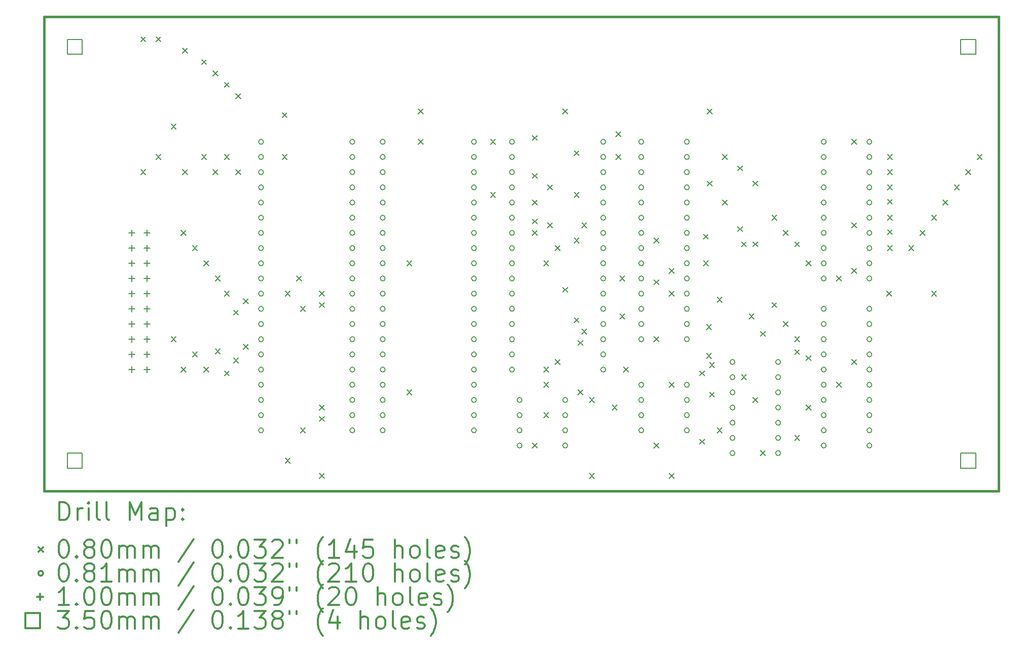
<source format=gbr>
%FSLAX45Y45*%
G04 Gerber Fmt 4.5, Leading zero omitted, Abs format (unit mm)*
G04 Created by KiCad (PCBNEW 4.0.5+dfsg1-4) date Wed May 24 14:08:00 2017*
%MOMM*%
%LPD*%
G01*
G04 APERTURE LIST*
%ADD10C,0.127000*%
%ADD11C,0.381000*%
%ADD12C,0.200000*%
%ADD13C,0.300000*%
G04 APERTURE END LIST*
D10*
D11*
X7620000Y-6286500D02*
X7620000Y-14224000D01*
X23558500Y-6286500D02*
X7620000Y-6286500D01*
X23558500Y-14224000D02*
X23558500Y-6286500D01*
X7620000Y-14224000D02*
X23558500Y-14224000D01*
D12*
X9230995Y-6627495D02*
X9311005Y-6707505D01*
X9311005Y-6627495D02*
X9230995Y-6707505D01*
X9230995Y-8849995D02*
X9311005Y-8930005D01*
X9311005Y-8849995D02*
X9230995Y-8930005D01*
X9484995Y-6627495D02*
X9565005Y-6707505D01*
X9565005Y-6627495D02*
X9484995Y-6707505D01*
X9484995Y-8595995D02*
X9565005Y-8676005D01*
X9565005Y-8595995D02*
X9484995Y-8676005D01*
X9738995Y-8087995D02*
X9819005Y-8168005D01*
X9819005Y-8087995D02*
X9738995Y-8168005D01*
X9738995Y-11643995D02*
X9819005Y-11724005D01*
X9819005Y-11643995D02*
X9738995Y-11724005D01*
X9904095Y-9865995D02*
X9984105Y-9946005D01*
X9984105Y-9865995D02*
X9904095Y-9946005D01*
X9904095Y-12151995D02*
X9984105Y-12232005D01*
X9984105Y-12151995D02*
X9904095Y-12232005D01*
X9929495Y-6817995D02*
X10009505Y-6898005D01*
X10009505Y-6817995D02*
X9929495Y-6898005D01*
X9929495Y-8849995D02*
X10009505Y-8930005D01*
X10009505Y-8849995D02*
X9929495Y-8930005D01*
X10094595Y-10119995D02*
X10174605Y-10200005D01*
X10174605Y-10119995D02*
X10094595Y-10200005D01*
X10094595Y-11897995D02*
X10174605Y-11978005D01*
X10174605Y-11897995D02*
X10094595Y-11978005D01*
X10246995Y-7008495D02*
X10327005Y-7088505D01*
X10327005Y-7008495D02*
X10246995Y-7088505D01*
X10246995Y-8595995D02*
X10327005Y-8676005D01*
X10327005Y-8595995D02*
X10246995Y-8676005D01*
X10285095Y-10373995D02*
X10365105Y-10454005D01*
X10365105Y-10373995D02*
X10285095Y-10454005D01*
X10285095Y-12151995D02*
X10365105Y-12232005D01*
X10365105Y-12151995D02*
X10285095Y-12232005D01*
X10437495Y-7198995D02*
X10517505Y-7279005D01*
X10517505Y-7198995D02*
X10437495Y-7279005D01*
X10437495Y-8849995D02*
X10517505Y-8930005D01*
X10517505Y-8849995D02*
X10437495Y-8930005D01*
X10475595Y-10627995D02*
X10555605Y-10708005D01*
X10555605Y-10627995D02*
X10475595Y-10708005D01*
X10475595Y-11847195D02*
X10555605Y-11927205D01*
X10555605Y-11847195D02*
X10475595Y-11927205D01*
X10627995Y-7389495D02*
X10708005Y-7469505D01*
X10708005Y-7389495D02*
X10627995Y-7469505D01*
X10627995Y-8595995D02*
X10708005Y-8676005D01*
X10708005Y-8595995D02*
X10627995Y-8676005D01*
X10627995Y-10881995D02*
X10708005Y-10962005D01*
X10708005Y-10881995D02*
X10627995Y-10962005D01*
X10627995Y-12215495D02*
X10708005Y-12295505D01*
X10708005Y-12215495D02*
X10627995Y-12295505D01*
X10780395Y-11199495D02*
X10860405Y-11279505D01*
X10860405Y-11199495D02*
X10780395Y-11279505D01*
X10780395Y-11999595D02*
X10860405Y-12079605D01*
X10860405Y-11999595D02*
X10780395Y-12079605D01*
X10818495Y-7579995D02*
X10898505Y-7660005D01*
X10898505Y-7579995D02*
X10818495Y-7660005D01*
X10818495Y-8849995D02*
X10898505Y-8930005D01*
X10898505Y-8849995D02*
X10818495Y-8930005D01*
X10945495Y-11008995D02*
X11025505Y-11089005D01*
X11025505Y-11008995D02*
X10945495Y-11089005D01*
X10945495Y-11770995D02*
X11025505Y-11851005D01*
X11025505Y-11770995D02*
X10945495Y-11851005D01*
X11593195Y-7897495D02*
X11673205Y-7977505D01*
X11673205Y-7897495D02*
X11593195Y-7977505D01*
X11593195Y-8595995D02*
X11673205Y-8676005D01*
X11673205Y-8595995D02*
X11593195Y-8676005D01*
X11643995Y-10881995D02*
X11724005Y-10962005D01*
X11724005Y-10881995D02*
X11643995Y-10962005D01*
X11643995Y-13675995D02*
X11724005Y-13756005D01*
X11724005Y-13675995D02*
X11643995Y-13756005D01*
X11834495Y-10627995D02*
X11914505Y-10708005D01*
X11914505Y-10627995D02*
X11834495Y-10708005D01*
X11897995Y-11135995D02*
X11978005Y-11216005D01*
X11978005Y-11135995D02*
X11897995Y-11216005D01*
X11897995Y-13167995D02*
X11978005Y-13248005D01*
X11978005Y-13167995D02*
X11897995Y-13248005D01*
X12215495Y-10881995D02*
X12295505Y-10962005D01*
X12295505Y-10881995D02*
X12215495Y-10962005D01*
X12215495Y-11072495D02*
X12295505Y-11152505D01*
X12295505Y-11072495D02*
X12215495Y-11152505D01*
X12215495Y-12786995D02*
X12295505Y-12867005D01*
X12295505Y-12786995D02*
X12215495Y-12867005D01*
X12215495Y-12977495D02*
X12295505Y-13057505D01*
X12295505Y-12977495D02*
X12215495Y-13057505D01*
X12215495Y-13929995D02*
X12295505Y-14010005D01*
X12295505Y-13929995D02*
X12215495Y-14010005D01*
X13675995Y-10373995D02*
X13756005Y-10454005D01*
X13756005Y-10373995D02*
X13675995Y-10454005D01*
X13675995Y-12532995D02*
X13756005Y-12613005D01*
X13756005Y-12532995D02*
X13675995Y-12613005D01*
X13866495Y-7833995D02*
X13946505Y-7914005D01*
X13946505Y-7833995D02*
X13866495Y-7914005D01*
X13866495Y-8341995D02*
X13946505Y-8422005D01*
X13946505Y-8341995D02*
X13866495Y-8422005D01*
X15072995Y-8341995D02*
X15153005Y-8422005D01*
X15153005Y-8341995D02*
X15072995Y-8422005D01*
X15072995Y-9230995D02*
X15153005Y-9311005D01*
X15153005Y-9230995D02*
X15072995Y-9311005D01*
X15771495Y-8278495D02*
X15851505Y-8358505D01*
X15851505Y-8278495D02*
X15771495Y-8358505D01*
X15771495Y-8913495D02*
X15851505Y-8993505D01*
X15851505Y-8913495D02*
X15771495Y-8993505D01*
X15771495Y-9357995D02*
X15851505Y-9438005D01*
X15851505Y-9357995D02*
X15771495Y-9438005D01*
X15771495Y-9675495D02*
X15851505Y-9755505D01*
X15851505Y-9675495D02*
X15771495Y-9755505D01*
X15771495Y-9865995D02*
X15851505Y-9946005D01*
X15851505Y-9865995D02*
X15771495Y-9946005D01*
X15771495Y-13421995D02*
X15851505Y-13502005D01*
X15851505Y-13421995D02*
X15771495Y-13502005D01*
X15961995Y-10373995D02*
X16042005Y-10454005D01*
X16042005Y-10373995D02*
X15961995Y-10454005D01*
X15961995Y-12151995D02*
X16042005Y-12232005D01*
X16042005Y-12151995D02*
X15961995Y-12232005D01*
X15961995Y-12405995D02*
X16042005Y-12486005D01*
X16042005Y-12405995D02*
X15961995Y-12486005D01*
X15961995Y-12913995D02*
X16042005Y-12994005D01*
X16042005Y-12913995D02*
X15961995Y-12994005D01*
X16025495Y-9103995D02*
X16105505Y-9184005D01*
X16105505Y-9103995D02*
X16025495Y-9184005D01*
X16025495Y-9738995D02*
X16105505Y-9819005D01*
X16105505Y-9738995D02*
X16025495Y-9819005D01*
X16152495Y-10119995D02*
X16232505Y-10200005D01*
X16232505Y-10119995D02*
X16152495Y-10200005D01*
X16152495Y-12024995D02*
X16232505Y-12105005D01*
X16232505Y-12024995D02*
X16152495Y-12105005D01*
X16279495Y-7833995D02*
X16359505Y-7914005D01*
X16359505Y-7833995D02*
X16279495Y-7914005D01*
X16279495Y-10818495D02*
X16359505Y-10898505D01*
X16359505Y-10818495D02*
X16279495Y-10898505D01*
X16469995Y-8532495D02*
X16550005Y-8612505D01*
X16550005Y-8532495D02*
X16469995Y-8612505D01*
X16469995Y-9230995D02*
X16550005Y-9311005D01*
X16550005Y-9230995D02*
X16469995Y-9311005D01*
X16469995Y-9992995D02*
X16550005Y-10073005D01*
X16550005Y-9992995D02*
X16469995Y-10073005D01*
X16469995Y-11326495D02*
X16550005Y-11406505D01*
X16550005Y-11326495D02*
X16469995Y-11406505D01*
X16533495Y-11707495D02*
X16613505Y-11787505D01*
X16613505Y-11707495D02*
X16533495Y-11787505D01*
X16533495Y-12532995D02*
X16613505Y-12613005D01*
X16613505Y-12532995D02*
X16533495Y-12613005D01*
X16596995Y-9738995D02*
X16677005Y-9819005D01*
X16677005Y-9738995D02*
X16596995Y-9819005D01*
X16596995Y-11516995D02*
X16677005Y-11597005D01*
X16677005Y-11516995D02*
X16596995Y-11597005D01*
X16723995Y-12659995D02*
X16804005Y-12740005D01*
X16804005Y-12659995D02*
X16723995Y-12740005D01*
X16723995Y-13929995D02*
X16804005Y-14010005D01*
X16804005Y-13929995D02*
X16723995Y-14010005D01*
X17104995Y-12786995D02*
X17185005Y-12867005D01*
X17185005Y-12786995D02*
X17104995Y-12867005D01*
X17168495Y-8214995D02*
X17248505Y-8295005D01*
X17248505Y-8214995D02*
X17168495Y-8295005D01*
X17168495Y-8595995D02*
X17248505Y-8676005D01*
X17248505Y-8595995D02*
X17168495Y-8676005D01*
X17231995Y-10627995D02*
X17312005Y-10708005D01*
X17312005Y-10627995D02*
X17231995Y-10708005D01*
X17231995Y-11262995D02*
X17312005Y-11343005D01*
X17312005Y-11262995D02*
X17231995Y-11343005D01*
X17295495Y-12151995D02*
X17375505Y-12232005D01*
X17375505Y-12151995D02*
X17295495Y-12232005D01*
X17803495Y-9992995D02*
X17883505Y-10073005D01*
X17883505Y-9992995D02*
X17803495Y-10073005D01*
X17803495Y-10691495D02*
X17883505Y-10771505D01*
X17883505Y-10691495D02*
X17803495Y-10771505D01*
X17803495Y-11643995D02*
X17883505Y-11724005D01*
X17883505Y-11643995D02*
X17803495Y-11724005D01*
X17803495Y-13421995D02*
X17883505Y-13502005D01*
X17883505Y-13421995D02*
X17803495Y-13502005D01*
X18057495Y-10500995D02*
X18137505Y-10581005D01*
X18137505Y-10500995D02*
X18057495Y-10581005D01*
X18057495Y-10881995D02*
X18137505Y-10962005D01*
X18137505Y-10881995D02*
X18057495Y-10962005D01*
X18057495Y-12405995D02*
X18137505Y-12486005D01*
X18137505Y-12405995D02*
X18057495Y-12486005D01*
X18057495Y-13929995D02*
X18137505Y-14010005D01*
X18137505Y-13929995D02*
X18057495Y-14010005D01*
X18565495Y-12215495D02*
X18645505Y-12295505D01*
X18645505Y-12215495D02*
X18565495Y-12295505D01*
X18565495Y-13358495D02*
X18645505Y-13438505D01*
X18645505Y-13358495D02*
X18565495Y-13438505D01*
X18628995Y-9929495D02*
X18709005Y-10009505D01*
X18709005Y-9929495D02*
X18628995Y-10009505D01*
X18628995Y-10373995D02*
X18709005Y-10454005D01*
X18709005Y-10373995D02*
X18628995Y-10454005D01*
X18679795Y-11440795D02*
X18759805Y-11520805D01*
X18759805Y-11440795D02*
X18679795Y-11520805D01*
X18679795Y-11923395D02*
X18759805Y-12003405D01*
X18759805Y-11923395D02*
X18679795Y-12003405D01*
X18692495Y-7833995D02*
X18772505Y-7914005D01*
X18772505Y-7833995D02*
X18692495Y-7914005D01*
X18692495Y-9040495D02*
X18772505Y-9120505D01*
X18772505Y-9040495D02*
X18692495Y-9120505D01*
X18730595Y-12075795D02*
X18810605Y-12155805D01*
X18810605Y-12075795D02*
X18730595Y-12155805D01*
X18730595Y-12571095D02*
X18810605Y-12651105D01*
X18810605Y-12571095D02*
X18730595Y-12651105D01*
X18857595Y-10983595D02*
X18937605Y-11063605D01*
X18937605Y-10983595D02*
X18857595Y-11063605D01*
X18857595Y-13167995D02*
X18937605Y-13248005D01*
X18937605Y-13167995D02*
X18857595Y-13248005D01*
X18946495Y-8595995D02*
X19026505Y-8676005D01*
X19026505Y-8595995D02*
X18946495Y-8676005D01*
X18946495Y-9357995D02*
X19026505Y-9438005D01*
X19026505Y-9357995D02*
X18946495Y-9438005D01*
X19200495Y-8786495D02*
X19280505Y-8866505D01*
X19280505Y-8786495D02*
X19200495Y-8866505D01*
X19200495Y-9802495D02*
X19280505Y-9882505D01*
X19280505Y-9802495D02*
X19200495Y-9882505D01*
X19263995Y-10056495D02*
X19344005Y-10136505D01*
X19344005Y-10056495D02*
X19263995Y-10136505D01*
X19263995Y-12278995D02*
X19344005Y-12359005D01*
X19344005Y-12278995D02*
X19263995Y-12359005D01*
X19390995Y-11262995D02*
X19471005Y-11343005D01*
X19471005Y-11262995D02*
X19390995Y-11343005D01*
X19454495Y-9040495D02*
X19534505Y-9120505D01*
X19534505Y-9040495D02*
X19454495Y-9120505D01*
X19454495Y-10056495D02*
X19534505Y-10136505D01*
X19534505Y-10056495D02*
X19454495Y-10136505D01*
X19454495Y-12659995D02*
X19534505Y-12740005D01*
X19534505Y-12659995D02*
X19454495Y-12740005D01*
X19581495Y-11555095D02*
X19661505Y-11635105D01*
X19661505Y-11555095D02*
X19581495Y-11635105D01*
X19581495Y-13548995D02*
X19661505Y-13629005D01*
X19661505Y-13548995D02*
X19581495Y-13629005D01*
X19771995Y-9611995D02*
X19852005Y-9692005D01*
X19852005Y-9611995D02*
X19771995Y-9692005D01*
X19771995Y-11072495D02*
X19852005Y-11152505D01*
X19852005Y-11072495D02*
X19771995Y-11152505D01*
X19962495Y-9865995D02*
X20042505Y-9946005D01*
X20042505Y-9865995D02*
X19962495Y-9946005D01*
X19962495Y-11389995D02*
X20042505Y-11470005D01*
X20042505Y-11389995D02*
X19962495Y-11470005D01*
X20152995Y-10056495D02*
X20233005Y-10136505D01*
X20233005Y-10056495D02*
X20152995Y-10136505D01*
X20152995Y-11643995D02*
X20233005Y-11724005D01*
X20233005Y-11643995D02*
X20152995Y-11724005D01*
X20152995Y-11859895D02*
X20233005Y-11939905D01*
X20233005Y-11859895D02*
X20152995Y-11939905D01*
X20152995Y-13294995D02*
X20233005Y-13375005D01*
X20233005Y-13294995D02*
X20152995Y-13375005D01*
X20343495Y-10373995D02*
X20423505Y-10454005D01*
X20423505Y-10373995D02*
X20343495Y-10454005D01*
X20343495Y-11961495D02*
X20423505Y-12041505D01*
X20423505Y-11961495D02*
X20343495Y-12041505D01*
X20343495Y-12786995D02*
X20423505Y-12867005D01*
X20423505Y-12786995D02*
X20343495Y-12867005D01*
X20851495Y-10627995D02*
X20931505Y-10708005D01*
X20931505Y-10627995D02*
X20851495Y-10708005D01*
X20851495Y-12405995D02*
X20931505Y-12486005D01*
X20931505Y-12405995D02*
X20851495Y-12486005D01*
X21105495Y-8341995D02*
X21185505Y-8422005D01*
X21185505Y-8341995D02*
X21105495Y-8422005D01*
X21105495Y-9738995D02*
X21185505Y-9819005D01*
X21185505Y-9738995D02*
X21105495Y-9819005D01*
X21105495Y-10500995D02*
X21185505Y-10581005D01*
X21185505Y-10500995D02*
X21105495Y-10581005D01*
X21105495Y-12024995D02*
X21185505Y-12105005D01*
X21185505Y-12024995D02*
X21105495Y-12105005D01*
X21689695Y-10881995D02*
X21769705Y-10962005D01*
X21769705Y-10881995D02*
X21689695Y-10962005D01*
X21702395Y-8595995D02*
X21782405Y-8676005D01*
X21782405Y-8595995D02*
X21702395Y-8676005D01*
X21702395Y-8849995D02*
X21782405Y-8930005D01*
X21782405Y-8849995D02*
X21702395Y-8930005D01*
X21702395Y-9103995D02*
X21782405Y-9184005D01*
X21782405Y-9103995D02*
X21702395Y-9184005D01*
X21702395Y-9345295D02*
X21782405Y-9425305D01*
X21782405Y-9345295D02*
X21702395Y-9425305D01*
X21702395Y-9611995D02*
X21782405Y-9692005D01*
X21782405Y-9611995D02*
X21702395Y-9692005D01*
X21702395Y-9853295D02*
X21782405Y-9933305D01*
X21782405Y-9853295D02*
X21702395Y-9933305D01*
X21702395Y-10119995D02*
X21782405Y-10200005D01*
X21782405Y-10119995D02*
X21702395Y-10200005D01*
X22057995Y-10119995D02*
X22138005Y-10200005D01*
X22138005Y-10119995D02*
X22057995Y-10200005D01*
X22248495Y-9865995D02*
X22328505Y-9946005D01*
X22328505Y-9865995D02*
X22248495Y-9946005D01*
X22438995Y-9611995D02*
X22519005Y-9692005D01*
X22519005Y-9611995D02*
X22438995Y-9692005D01*
X22438995Y-10881995D02*
X22519005Y-10962005D01*
X22519005Y-10881995D02*
X22438995Y-10962005D01*
X22629495Y-9357995D02*
X22709505Y-9438005D01*
X22709505Y-9357995D02*
X22629495Y-9438005D01*
X22819995Y-9103995D02*
X22900005Y-9184005D01*
X22900005Y-9103995D02*
X22819995Y-9184005D01*
X23010495Y-8849995D02*
X23090505Y-8930005D01*
X23090505Y-8849995D02*
X23010495Y-8930005D01*
X23200995Y-8595995D02*
X23281005Y-8676005D01*
X23281005Y-8595995D02*
X23200995Y-8676005D01*
X11280140Y-8382000D02*
G75*
G03X11280140Y-8382000I-40640J0D01*
G01*
X11280140Y-8636000D02*
G75*
G03X11280140Y-8636000I-40640J0D01*
G01*
X11280140Y-8890000D02*
G75*
G03X11280140Y-8890000I-40640J0D01*
G01*
X11280140Y-9144000D02*
G75*
G03X11280140Y-9144000I-40640J0D01*
G01*
X11280140Y-9398000D02*
G75*
G03X11280140Y-9398000I-40640J0D01*
G01*
X11280140Y-9652000D02*
G75*
G03X11280140Y-9652000I-40640J0D01*
G01*
X11280140Y-9906000D02*
G75*
G03X11280140Y-9906000I-40640J0D01*
G01*
X11280140Y-10160000D02*
G75*
G03X11280140Y-10160000I-40640J0D01*
G01*
X11280140Y-10414000D02*
G75*
G03X11280140Y-10414000I-40640J0D01*
G01*
X11280140Y-10668000D02*
G75*
G03X11280140Y-10668000I-40640J0D01*
G01*
X11280140Y-10922000D02*
G75*
G03X11280140Y-10922000I-40640J0D01*
G01*
X11280140Y-11176000D02*
G75*
G03X11280140Y-11176000I-40640J0D01*
G01*
X11280140Y-11430000D02*
G75*
G03X11280140Y-11430000I-40640J0D01*
G01*
X11280140Y-11684000D02*
G75*
G03X11280140Y-11684000I-40640J0D01*
G01*
X11280140Y-11938000D02*
G75*
G03X11280140Y-11938000I-40640J0D01*
G01*
X11280140Y-12192000D02*
G75*
G03X11280140Y-12192000I-40640J0D01*
G01*
X11280140Y-12446000D02*
G75*
G03X11280140Y-12446000I-40640J0D01*
G01*
X11280140Y-12700000D02*
G75*
G03X11280140Y-12700000I-40640J0D01*
G01*
X11280140Y-12954000D02*
G75*
G03X11280140Y-12954000I-40640J0D01*
G01*
X11280140Y-13208000D02*
G75*
G03X11280140Y-13208000I-40640J0D01*
G01*
X12804140Y-8382000D02*
G75*
G03X12804140Y-8382000I-40640J0D01*
G01*
X12804140Y-8636000D02*
G75*
G03X12804140Y-8636000I-40640J0D01*
G01*
X12804140Y-8890000D02*
G75*
G03X12804140Y-8890000I-40640J0D01*
G01*
X12804140Y-9144000D02*
G75*
G03X12804140Y-9144000I-40640J0D01*
G01*
X12804140Y-9398000D02*
G75*
G03X12804140Y-9398000I-40640J0D01*
G01*
X12804140Y-9652000D02*
G75*
G03X12804140Y-9652000I-40640J0D01*
G01*
X12804140Y-9906000D02*
G75*
G03X12804140Y-9906000I-40640J0D01*
G01*
X12804140Y-10160000D02*
G75*
G03X12804140Y-10160000I-40640J0D01*
G01*
X12804140Y-10414000D02*
G75*
G03X12804140Y-10414000I-40640J0D01*
G01*
X12804140Y-10668000D02*
G75*
G03X12804140Y-10668000I-40640J0D01*
G01*
X12804140Y-10922000D02*
G75*
G03X12804140Y-10922000I-40640J0D01*
G01*
X12804140Y-11176000D02*
G75*
G03X12804140Y-11176000I-40640J0D01*
G01*
X12804140Y-11430000D02*
G75*
G03X12804140Y-11430000I-40640J0D01*
G01*
X12804140Y-11684000D02*
G75*
G03X12804140Y-11684000I-40640J0D01*
G01*
X12804140Y-11938000D02*
G75*
G03X12804140Y-11938000I-40640J0D01*
G01*
X12804140Y-12192000D02*
G75*
G03X12804140Y-12192000I-40640J0D01*
G01*
X12804140Y-12446000D02*
G75*
G03X12804140Y-12446000I-40640J0D01*
G01*
X12804140Y-12700000D02*
G75*
G03X12804140Y-12700000I-40640J0D01*
G01*
X12804140Y-12954000D02*
G75*
G03X12804140Y-12954000I-40640J0D01*
G01*
X12804140Y-13208000D02*
G75*
G03X12804140Y-13208000I-40640J0D01*
G01*
X13312140Y-8382000D02*
G75*
G03X13312140Y-8382000I-40640J0D01*
G01*
X13312140Y-8636000D02*
G75*
G03X13312140Y-8636000I-40640J0D01*
G01*
X13312140Y-8890000D02*
G75*
G03X13312140Y-8890000I-40640J0D01*
G01*
X13312140Y-9144000D02*
G75*
G03X13312140Y-9144000I-40640J0D01*
G01*
X13312140Y-9398000D02*
G75*
G03X13312140Y-9398000I-40640J0D01*
G01*
X13312140Y-9652000D02*
G75*
G03X13312140Y-9652000I-40640J0D01*
G01*
X13312140Y-9906000D02*
G75*
G03X13312140Y-9906000I-40640J0D01*
G01*
X13312140Y-10160000D02*
G75*
G03X13312140Y-10160000I-40640J0D01*
G01*
X13312140Y-10414000D02*
G75*
G03X13312140Y-10414000I-40640J0D01*
G01*
X13312140Y-10668000D02*
G75*
G03X13312140Y-10668000I-40640J0D01*
G01*
X13312140Y-10922000D02*
G75*
G03X13312140Y-10922000I-40640J0D01*
G01*
X13312140Y-11176000D02*
G75*
G03X13312140Y-11176000I-40640J0D01*
G01*
X13312140Y-11430000D02*
G75*
G03X13312140Y-11430000I-40640J0D01*
G01*
X13312140Y-11684000D02*
G75*
G03X13312140Y-11684000I-40640J0D01*
G01*
X13312140Y-11938000D02*
G75*
G03X13312140Y-11938000I-40640J0D01*
G01*
X13312140Y-12192000D02*
G75*
G03X13312140Y-12192000I-40640J0D01*
G01*
X13312140Y-12446000D02*
G75*
G03X13312140Y-12446000I-40640J0D01*
G01*
X13312140Y-12700000D02*
G75*
G03X13312140Y-12700000I-40640J0D01*
G01*
X13312140Y-12954000D02*
G75*
G03X13312140Y-12954000I-40640J0D01*
G01*
X13312140Y-13208000D02*
G75*
G03X13312140Y-13208000I-40640J0D01*
G01*
X14836140Y-8382000D02*
G75*
G03X14836140Y-8382000I-40640J0D01*
G01*
X14836140Y-8636000D02*
G75*
G03X14836140Y-8636000I-40640J0D01*
G01*
X14836140Y-8890000D02*
G75*
G03X14836140Y-8890000I-40640J0D01*
G01*
X14836140Y-9144000D02*
G75*
G03X14836140Y-9144000I-40640J0D01*
G01*
X14836140Y-9398000D02*
G75*
G03X14836140Y-9398000I-40640J0D01*
G01*
X14836140Y-9652000D02*
G75*
G03X14836140Y-9652000I-40640J0D01*
G01*
X14836140Y-9906000D02*
G75*
G03X14836140Y-9906000I-40640J0D01*
G01*
X14836140Y-10160000D02*
G75*
G03X14836140Y-10160000I-40640J0D01*
G01*
X14836140Y-10414000D02*
G75*
G03X14836140Y-10414000I-40640J0D01*
G01*
X14836140Y-10668000D02*
G75*
G03X14836140Y-10668000I-40640J0D01*
G01*
X14836140Y-10922000D02*
G75*
G03X14836140Y-10922000I-40640J0D01*
G01*
X14836140Y-11176000D02*
G75*
G03X14836140Y-11176000I-40640J0D01*
G01*
X14836140Y-11430000D02*
G75*
G03X14836140Y-11430000I-40640J0D01*
G01*
X14836140Y-11684000D02*
G75*
G03X14836140Y-11684000I-40640J0D01*
G01*
X14836140Y-11938000D02*
G75*
G03X14836140Y-11938000I-40640J0D01*
G01*
X14836140Y-12192000D02*
G75*
G03X14836140Y-12192000I-40640J0D01*
G01*
X14836140Y-12446000D02*
G75*
G03X14836140Y-12446000I-40640J0D01*
G01*
X14836140Y-12700000D02*
G75*
G03X14836140Y-12700000I-40640J0D01*
G01*
X14836140Y-12954000D02*
G75*
G03X14836140Y-12954000I-40640J0D01*
G01*
X14836140Y-13208000D02*
G75*
G03X14836140Y-13208000I-40640J0D01*
G01*
X15471140Y-8382000D02*
G75*
G03X15471140Y-8382000I-40640J0D01*
G01*
X15471140Y-8636000D02*
G75*
G03X15471140Y-8636000I-40640J0D01*
G01*
X15471140Y-8890000D02*
G75*
G03X15471140Y-8890000I-40640J0D01*
G01*
X15471140Y-9144000D02*
G75*
G03X15471140Y-9144000I-40640J0D01*
G01*
X15471140Y-9398000D02*
G75*
G03X15471140Y-9398000I-40640J0D01*
G01*
X15471140Y-9652000D02*
G75*
G03X15471140Y-9652000I-40640J0D01*
G01*
X15471140Y-9906000D02*
G75*
G03X15471140Y-9906000I-40640J0D01*
G01*
X15471140Y-10160000D02*
G75*
G03X15471140Y-10160000I-40640J0D01*
G01*
X15471140Y-10414000D02*
G75*
G03X15471140Y-10414000I-40640J0D01*
G01*
X15471140Y-10668000D02*
G75*
G03X15471140Y-10668000I-40640J0D01*
G01*
X15471140Y-10922000D02*
G75*
G03X15471140Y-10922000I-40640J0D01*
G01*
X15471140Y-11176000D02*
G75*
G03X15471140Y-11176000I-40640J0D01*
G01*
X15471140Y-11430000D02*
G75*
G03X15471140Y-11430000I-40640J0D01*
G01*
X15471140Y-11684000D02*
G75*
G03X15471140Y-11684000I-40640J0D01*
G01*
X15471140Y-11938000D02*
G75*
G03X15471140Y-11938000I-40640J0D01*
G01*
X15471140Y-12192000D02*
G75*
G03X15471140Y-12192000I-40640J0D01*
G01*
X15598140Y-12700000D02*
G75*
G03X15598140Y-12700000I-40640J0D01*
G01*
X15598140Y-12954000D02*
G75*
G03X15598140Y-12954000I-40640J0D01*
G01*
X15598140Y-13208000D02*
G75*
G03X15598140Y-13208000I-40640J0D01*
G01*
X15598140Y-13462000D02*
G75*
G03X15598140Y-13462000I-40640J0D01*
G01*
X16360140Y-12700000D02*
G75*
G03X16360140Y-12700000I-40640J0D01*
G01*
X16360140Y-12954000D02*
G75*
G03X16360140Y-12954000I-40640J0D01*
G01*
X16360140Y-13208000D02*
G75*
G03X16360140Y-13208000I-40640J0D01*
G01*
X16360140Y-13462000D02*
G75*
G03X16360140Y-13462000I-40640J0D01*
G01*
X16995140Y-8382000D02*
G75*
G03X16995140Y-8382000I-40640J0D01*
G01*
X16995140Y-8636000D02*
G75*
G03X16995140Y-8636000I-40640J0D01*
G01*
X16995140Y-8890000D02*
G75*
G03X16995140Y-8890000I-40640J0D01*
G01*
X16995140Y-9144000D02*
G75*
G03X16995140Y-9144000I-40640J0D01*
G01*
X16995140Y-9398000D02*
G75*
G03X16995140Y-9398000I-40640J0D01*
G01*
X16995140Y-9652000D02*
G75*
G03X16995140Y-9652000I-40640J0D01*
G01*
X16995140Y-9906000D02*
G75*
G03X16995140Y-9906000I-40640J0D01*
G01*
X16995140Y-10160000D02*
G75*
G03X16995140Y-10160000I-40640J0D01*
G01*
X16995140Y-10414000D02*
G75*
G03X16995140Y-10414000I-40640J0D01*
G01*
X16995140Y-10668000D02*
G75*
G03X16995140Y-10668000I-40640J0D01*
G01*
X16995140Y-10922000D02*
G75*
G03X16995140Y-10922000I-40640J0D01*
G01*
X16995140Y-11176000D02*
G75*
G03X16995140Y-11176000I-40640J0D01*
G01*
X16995140Y-11430000D02*
G75*
G03X16995140Y-11430000I-40640J0D01*
G01*
X16995140Y-11684000D02*
G75*
G03X16995140Y-11684000I-40640J0D01*
G01*
X16995140Y-11938000D02*
G75*
G03X16995140Y-11938000I-40640J0D01*
G01*
X16995140Y-12192000D02*
G75*
G03X16995140Y-12192000I-40640J0D01*
G01*
X17630140Y-8382000D02*
G75*
G03X17630140Y-8382000I-40640J0D01*
G01*
X17630140Y-8636000D02*
G75*
G03X17630140Y-8636000I-40640J0D01*
G01*
X17630140Y-8890000D02*
G75*
G03X17630140Y-8890000I-40640J0D01*
G01*
X17630140Y-9144000D02*
G75*
G03X17630140Y-9144000I-40640J0D01*
G01*
X17630140Y-9398000D02*
G75*
G03X17630140Y-9398000I-40640J0D01*
G01*
X17630140Y-9652000D02*
G75*
G03X17630140Y-9652000I-40640J0D01*
G01*
X17630140Y-9906000D02*
G75*
G03X17630140Y-9906000I-40640J0D01*
G01*
X17630140Y-10160000D02*
G75*
G03X17630140Y-10160000I-40640J0D01*
G01*
X17630140Y-10414000D02*
G75*
G03X17630140Y-10414000I-40640J0D01*
G01*
X17630140Y-10668000D02*
G75*
G03X17630140Y-10668000I-40640J0D01*
G01*
X17630140Y-10922000D02*
G75*
G03X17630140Y-10922000I-40640J0D01*
G01*
X17630140Y-11176000D02*
G75*
G03X17630140Y-11176000I-40640J0D01*
G01*
X17630140Y-11430000D02*
G75*
G03X17630140Y-11430000I-40640J0D01*
G01*
X17630140Y-11684000D02*
G75*
G03X17630140Y-11684000I-40640J0D01*
G01*
X17630140Y-12446000D02*
G75*
G03X17630140Y-12446000I-40640J0D01*
G01*
X17630140Y-12700000D02*
G75*
G03X17630140Y-12700000I-40640J0D01*
G01*
X17630140Y-12954000D02*
G75*
G03X17630140Y-12954000I-40640J0D01*
G01*
X17630140Y-13208000D02*
G75*
G03X17630140Y-13208000I-40640J0D01*
G01*
X18392140Y-8382000D02*
G75*
G03X18392140Y-8382000I-40640J0D01*
G01*
X18392140Y-8636000D02*
G75*
G03X18392140Y-8636000I-40640J0D01*
G01*
X18392140Y-8890000D02*
G75*
G03X18392140Y-8890000I-40640J0D01*
G01*
X18392140Y-9144000D02*
G75*
G03X18392140Y-9144000I-40640J0D01*
G01*
X18392140Y-9398000D02*
G75*
G03X18392140Y-9398000I-40640J0D01*
G01*
X18392140Y-9652000D02*
G75*
G03X18392140Y-9652000I-40640J0D01*
G01*
X18392140Y-9906000D02*
G75*
G03X18392140Y-9906000I-40640J0D01*
G01*
X18392140Y-10160000D02*
G75*
G03X18392140Y-10160000I-40640J0D01*
G01*
X18392140Y-10414000D02*
G75*
G03X18392140Y-10414000I-40640J0D01*
G01*
X18392140Y-10668000D02*
G75*
G03X18392140Y-10668000I-40640J0D01*
G01*
X18392140Y-10922000D02*
G75*
G03X18392140Y-10922000I-40640J0D01*
G01*
X18392140Y-11176000D02*
G75*
G03X18392140Y-11176000I-40640J0D01*
G01*
X18392140Y-11430000D02*
G75*
G03X18392140Y-11430000I-40640J0D01*
G01*
X18392140Y-11684000D02*
G75*
G03X18392140Y-11684000I-40640J0D01*
G01*
X18392140Y-12446000D02*
G75*
G03X18392140Y-12446000I-40640J0D01*
G01*
X18392140Y-12700000D02*
G75*
G03X18392140Y-12700000I-40640J0D01*
G01*
X18392140Y-12954000D02*
G75*
G03X18392140Y-12954000I-40640J0D01*
G01*
X18392140Y-13208000D02*
G75*
G03X18392140Y-13208000I-40640J0D01*
G01*
X19154140Y-12065000D02*
G75*
G03X19154140Y-12065000I-40640J0D01*
G01*
X19154140Y-12319000D02*
G75*
G03X19154140Y-12319000I-40640J0D01*
G01*
X19154140Y-12573000D02*
G75*
G03X19154140Y-12573000I-40640J0D01*
G01*
X19154140Y-12827000D02*
G75*
G03X19154140Y-12827000I-40640J0D01*
G01*
X19154140Y-13081000D02*
G75*
G03X19154140Y-13081000I-40640J0D01*
G01*
X19154140Y-13335000D02*
G75*
G03X19154140Y-13335000I-40640J0D01*
G01*
X19154140Y-13589000D02*
G75*
G03X19154140Y-13589000I-40640J0D01*
G01*
X19916140Y-12065000D02*
G75*
G03X19916140Y-12065000I-40640J0D01*
G01*
X19916140Y-12319000D02*
G75*
G03X19916140Y-12319000I-40640J0D01*
G01*
X19916140Y-12573000D02*
G75*
G03X19916140Y-12573000I-40640J0D01*
G01*
X19916140Y-12827000D02*
G75*
G03X19916140Y-12827000I-40640J0D01*
G01*
X19916140Y-13081000D02*
G75*
G03X19916140Y-13081000I-40640J0D01*
G01*
X19916140Y-13335000D02*
G75*
G03X19916140Y-13335000I-40640J0D01*
G01*
X19916140Y-13589000D02*
G75*
G03X19916140Y-13589000I-40640J0D01*
G01*
X20678140Y-8382000D02*
G75*
G03X20678140Y-8382000I-40640J0D01*
G01*
X20678140Y-8636000D02*
G75*
G03X20678140Y-8636000I-40640J0D01*
G01*
X20678140Y-8890000D02*
G75*
G03X20678140Y-8890000I-40640J0D01*
G01*
X20678140Y-9144000D02*
G75*
G03X20678140Y-9144000I-40640J0D01*
G01*
X20678140Y-9398000D02*
G75*
G03X20678140Y-9398000I-40640J0D01*
G01*
X20678140Y-9652000D02*
G75*
G03X20678140Y-9652000I-40640J0D01*
G01*
X20678140Y-9906000D02*
G75*
G03X20678140Y-9906000I-40640J0D01*
G01*
X20678140Y-10160000D02*
G75*
G03X20678140Y-10160000I-40640J0D01*
G01*
X20678140Y-10414000D02*
G75*
G03X20678140Y-10414000I-40640J0D01*
G01*
X20678140Y-10668000D02*
G75*
G03X20678140Y-10668000I-40640J0D01*
G01*
X20678140Y-11176000D02*
G75*
G03X20678140Y-11176000I-40640J0D01*
G01*
X20678140Y-11430000D02*
G75*
G03X20678140Y-11430000I-40640J0D01*
G01*
X20678140Y-11684000D02*
G75*
G03X20678140Y-11684000I-40640J0D01*
G01*
X20678140Y-11938000D02*
G75*
G03X20678140Y-11938000I-40640J0D01*
G01*
X20678140Y-12192000D02*
G75*
G03X20678140Y-12192000I-40640J0D01*
G01*
X20678140Y-12446000D02*
G75*
G03X20678140Y-12446000I-40640J0D01*
G01*
X20678140Y-12700000D02*
G75*
G03X20678140Y-12700000I-40640J0D01*
G01*
X20678140Y-12954000D02*
G75*
G03X20678140Y-12954000I-40640J0D01*
G01*
X20678140Y-13208000D02*
G75*
G03X20678140Y-13208000I-40640J0D01*
G01*
X20678140Y-13462000D02*
G75*
G03X20678140Y-13462000I-40640J0D01*
G01*
X21440140Y-8382000D02*
G75*
G03X21440140Y-8382000I-40640J0D01*
G01*
X21440140Y-8636000D02*
G75*
G03X21440140Y-8636000I-40640J0D01*
G01*
X21440140Y-8890000D02*
G75*
G03X21440140Y-8890000I-40640J0D01*
G01*
X21440140Y-9144000D02*
G75*
G03X21440140Y-9144000I-40640J0D01*
G01*
X21440140Y-9398000D02*
G75*
G03X21440140Y-9398000I-40640J0D01*
G01*
X21440140Y-9652000D02*
G75*
G03X21440140Y-9652000I-40640J0D01*
G01*
X21440140Y-9906000D02*
G75*
G03X21440140Y-9906000I-40640J0D01*
G01*
X21440140Y-10160000D02*
G75*
G03X21440140Y-10160000I-40640J0D01*
G01*
X21440140Y-10414000D02*
G75*
G03X21440140Y-10414000I-40640J0D01*
G01*
X21440140Y-10668000D02*
G75*
G03X21440140Y-10668000I-40640J0D01*
G01*
X21440140Y-11176000D02*
G75*
G03X21440140Y-11176000I-40640J0D01*
G01*
X21440140Y-11430000D02*
G75*
G03X21440140Y-11430000I-40640J0D01*
G01*
X21440140Y-11684000D02*
G75*
G03X21440140Y-11684000I-40640J0D01*
G01*
X21440140Y-11938000D02*
G75*
G03X21440140Y-11938000I-40640J0D01*
G01*
X21440140Y-12192000D02*
G75*
G03X21440140Y-12192000I-40640J0D01*
G01*
X21440140Y-12446000D02*
G75*
G03X21440140Y-12446000I-40640J0D01*
G01*
X21440140Y-12700000D02*
G75*
G03X21440140Y-12700000I-40640J0D01*
G01*
X21440140Y-12954000D02*
G75*
G03X21440140Y-12954000I-40640J0D01*
G01*
X21440140Y-13208000D02*
G75*
G03X21440140Y-13208000I-40640J0D01*
G01*
X21440140Y-13462000D02*
G75*
G03X21440140Y-13462000I-40640J0D01*
G01*
X9080500Y-9855962D02*
X9080500Y-9956038D01*
X9030462Y-9906000D02*
X9130538Y-9906000D01*
X9080500Y-10109962D02*
X9080500Y-10210038D01*
X9030462Y-10160000D02*
X9130538Y-10160000D01*
X9080500Y-10363962D02*
X9080500Y-10464038D01*
X9030462Y-10414000D02*
X9130538Y-10414000D01*
X9080500Y-10617962D02*
X9080500Y-10718038D01*
X9030462Y-10668000D02*
X9130538Y-10668000D01*
X9080500Y-10871962D02*
X9080500Y-10972038D01*
X9030462Y-10922000D02*
X9130538Y-10922000D01*
X9080500Y-11125962D02*
X9080500Y-11226038D01*
X9030462Y-11176000D02*
X9130538Y-11176000D01*
X9080500Y-11379962D02*
X9080500Y-11480038D01*
X9030462Y-11430000D02*
X9130538Y-11430000D01*
X9080500Y-11633962D02*
X9080500Y-11734038D01*
X9030462Y-11684000D02*
X9130538Y-11684000D01*
X9080500Y-11887962D02*
X9080500Y-11988038D01*
X9030462Y-11938000D02*
X9130538Y-11938000D01*
X9080500Y-12141962D02*
X9080500Y-12242038D01*
X9030462Y-12192000D02*
X9130538Y-12192000D01*
X9334500Y-9855962D02*
X9334500Y-9956038D01*
X9284462Y-9906000D02*
X9384538Y-9906000D01*
X9334500Y-10109962D02*
X9334500Y-10210038D01*
X9284462Y-10160000D02*
X9384538Y-10160000D01*
X9334500Y-10363962D02*
X9334500Y-10464038D01*
X9284462Y-10414000D02*
X9384538Y-10414000D01*
X9334500Y-10617962D02*
X9334500Y-10718038D01*
X9284462Y-10668000D02*
X9384538Y-10668000D01*
X9334500Y-10871962D02*
X9334500Y-10972038D01*
X9284462Y-10922000D02*
X9384538Y-10922000D01*
X9334500Y-11125962D02*
X9334500Y-11226038D01*
X9284462Y-11176000D02*
X9384538Y-11176000D01*
X9334500Y-11379962D02*
X9334500Y-11480038D01*
X9284462Y-11430000D02*
X9384538Y-11430000D01*
X9334500Y-11633962D02*
X9334500Y-11734038D01*
X9284462Y-11684000D02*
X9384538Y-11684000D01*
X9334500Y-11887962D02*
X9334500Y-11988038D01*
X9284462Y-11938000D02*
X9384538Y-11938000D01*
X9334500Y-12141962D02*
X9334500Y-12242038D01*
X9284462Y-12192000D02*
X9384538Y-12192000D01*
X8251749Y-6918249D02*
X8251749Y-6670751D01*
X8004251Y-6670751D01*
X8004251Y-6918249D01*
X8251749Y-6918249D01*
X8251749Y-13839749D02*
X8251749Y-13592251D01*
X8004251Y-13592251D01*
X8004251Y-13839749D01*
X8251749Y-13839749D01*
X23174249Y-6918249D02*
X23174249Y-6670751D01*
X22926751Y-6670751D01*
X22926751Y-6918249D01*
X23174249Y-6918249D01*
X23174249Y-13839749D02*
X23174249Y-13592251D01*
X22926751Y-13592251D01*
X22926751Y-13839749D01*
X23174249Y-13839749D01*
D13*
X7872378Y-14708764D02*
X7872378Y-14408764D01*
X7943807Y-14408764D01*
X7986664Y-14423050D01*
X8015236Y-14451621D01*
X8029521Y-14480193D01*
X8043807Y-14537336D01*
X8043807Y-14580193D01*
X8029521Y-14637336D01*
X8015236Y-14665907D01*
X7986664Y-14694479D01*
X7943807Y-14708764D01*
X7872378Y-14708764D01*
X8172378Y-14708764D02*
X8172378Y-14508764D01*
X8172378Y-14565907D02*
X8186664Y-14537336D01*
X8200950Y-14523050D01*
X8229521Y-14508764D01*
X8258093Y-14508764D01*
X8358093Y-14708764D02*
X8358093Y-14508764D01*
X8358093Y-14408764D02*
X8343807Y-14423050D01*
X8358093Y-14437336D01*
X8372378Y-14423050D01*
X8358093Y-14408764D01*
X8358093Y-14437336D01*
X8543807Y-14708764D02*
X8515236Y-14694479D01*
X8500950Y-14665907D01*
X8500950Y-14408764D01*
X8700950Y-14708764D02*
X8672379Y-14694479D01*
X8658093Y-14665907D01*
X8658093Y-14408764D01*
X9043807Y-14708764D02*
X9043807Y-14408764D01*
X9143807Y-14623050D01*
X9243807Y-14408764D01*
X9243807Y-14708764D01*
X9515236Y-14708764D02*
X9515236Y-14551621D01*
X9500950Y-14523050D01*
X9472379Y-14508764D01*
X9415236Y-14508764D01*
X9386664Y-14523050D01*
X9515236Y-14694479D02*
X9486664Y-14708764D01*
X9415236Y-14708764D01*
X9386664Y-14694479D01*
X9372379Y-14665907D01*
X9372379Y-14637336D01*
X9386664Y-14608764D01*
X9415236Y-14594479D01*
X9486664Y-14594479D01*
X9515236Y-14580193D01*
X9658093Y-14508764D02*
X9658093Y-14808764D01*
X9658093Y-14523050D02*
X9686664Y-14508764D01*
X9743807Y-14508764D01*
X9772379Y-14523050D01*
X9786664Y-14537336D01*
X9800950Y-14565907D01*
X9800950Y-14651621D01*
X9786664Y-14680193D01*
X9772379Y-14694479D01*
X9743807Y-14708764D01*
X9686664Y-14708764D01*
X9658093Y-14694479D01*
X9929521Y-14680193D02*
X9943807Y-14694479D01*
X9929521Y-14708764D01*
X9915236Y-14694479D01*
X9929521Y-14680193D01*
X9929521Y-14708764D01*
X9929521Y-14523050D02*
X9943807Y-14537336D01*
X9929521Y-14551621D01*
X9915236Y-14537336D01*
X9929521Y-14523050D01*
X9929521Y-14551621D01*
X7520940Y-15163045D02*
X7600950Y-15243055D01*
X7600950Y-15163045D02*
X7520940Y-15243055D01*
X7929521Y-15038764D02*
X7958093Y-15038764D01*
X7986664Y-15053050D01*
X8000950Y-15067336D01*
X8015236Y-15095907D01*
X8029521Y-15153050D01*
X8029521Y-15224479D01*
X8015236Y-15281621D01*
X8000950Y-15310193D01*
X7986664Y-15324479D01*
X7958093Y-15338764D01*
X7929521Y-15338764D01*
X7900950Y-15324479D01*
X7886664Y-15310193D01*
X7872378Y-15281621D01*
X7858093Y-15224479D01*
X7858093Y-15153050D01*
X7872378Y-15095907D01*
X7886664Y-15067336D01*
X7900950Y-15053050D01*
X7929521Y-15038764D01*
X8158093Y-15310193D02*
X8172378Y-15324479D01*
X8158093Y-15338764D01*
X8143807Y-15324479D01*
X8158093Y-15310193D01*
X8158093Y-15338764D01*
X8343807Y-15167336D02*
X8315236Y-15153050D01*
X8300950Y-15138764D01*
X8286664Y-15110193D01*
X8286664Y-15095907D01*
X8300950Y-15067336D01*
X8315236Y-15053050D01*
X8343807Y-15038764D01*
X8400950Y-15038764D01*
X8429521Y-15053050D01*
X8443807Y-15067336D01*
X8458093Y-15095907D01*
X8458093Y-15110193D01*
X8443807Y-15138764D01*
X8429521Y-15153050D01*
X8400950Y-15167336D01*
X8343807Y-15167336D01*
X8315236Y-15181621D01*
X8300950Y-15195907D01*
X8286664Y-15224479D01*
X8286664Y-15281621D01*
X8300950Y-15310193D01*
X8315236Y-15324479D01*
X8343807Y-15338764D01*
X8400950Y-15338764D01*
X8429521Y-15324479D01*
X8443807Y-15310193D01*
X8458093Y-15281621D01*
X8458093Y-15224479D01*
X8443807Y-15195907D01*
X8429521Y-15181621D01*
X8400950Y-15167336D01*
X8643807Y-15038764D02*
X8672379Y-15038764D01*
X8700950Y-15053050D01*
X8715236Y-15067336D01*
X8729521Y-15095907D01*
X8743807Y-15153050D01*
X8743807Y-15224479D01*
X8729521Y-15281621D01*
X8715236Y-15310193D01*
X8700950Y-15324479D01*
X8672379Y-15338764D01*
X8643807Y-15338764D01*
X8615236Y-15324479D01*
X8600950Y-15310193D01*
X8586664Y-15281621D01*
X8572379Y-15224479D01*
X8572379Y-15153050D01*
X8586664Y-15095907D01*
X8600950Y-15067336D01*
X8615236Y-15053050D01*
X8643807Y-15038764D01*
X8872379Y-15338764D02*
X8872379Y-15138764D01*
X8872379Y-15167336D02*
X8886664Y-15153050D01*
X8915236Y-15138764D01*
X8958093Y-15138764D01*
X8986664Y-15153050D01*
X9000950Y-15181621D01*
X9000950Y-15338764D01*
X9000950Y-15181621D02*
X9015236Y-15153050D01*
X9043807Y-15138764D01*
X9086664Y-15138764D01*
X9115236Y-15153050D01*
X9129521Y-15181621D01*
X9129521Y-15338764D01*
X9272379Y-15338764D02*
X9272379Y-15138764D01*
X9272379Y-15167336D02*
X9286664Y-15153050D01*
X9315236Y-15138764D01*
X9358093Y-15138764D01*
X9386664Y-15153050D01*
X9400950Y-15181621D01*
X9400950Y-15338764D01*
X9400950Y-15181621D02*
X9415236Y-15153050D01*
X9443807Y-15138764D01*
X9486664Y-15138764D01*
X9515236Y-15153050D01*
X9529521Y-15181621D01*
X9529521Y-15338764D01*
X10115236Y-15024479D02*
X9858093Y-15410193D01*
X10500950Y-15038764D02*
X10529521Y-15038764D01*
X10558093Y-15053050D01*
X10572378Y-15067336D01*
X10586664Y-15095907D01*
X10600950Y-15153050D01*
X10600950Y-15224479D01*
X10586664Y-15281621D01*
X10572378Y-15310193D01*
X10558093Y-15324479D01*
X10529521Y-15338764D01*
X10500950Y-15338764D01*
X10472378Y-15324479D01*
X10458093Y-15310193D01*
X10443807Y-15281621D01*
X10429521Y-15224479D01*
X10429521Y-15153050D01*
X10443807Y-15095907D01*
X10458093Y-15067336D01*
X10472378Y-15053050D01*
X10500950Y-15038764D01*
X10729521Y-15310193D02*
X10743807Y-15324479D01*
X10729521Y-15338764D01*
X10715236Y-15324479D01*
X10729521Y-15310193D01*
X10729521Y-15338764D01*
X10929521Y-15038764D02*
X10958093Y-15038764D01*
X10986664Y-15053050D01*
X11000950Y-15067336D01*
X11015236Y-15095907D01*
X11029521Y-15153050D01*
X11029521Y-15224479D01*
X11015236Y-15281621D01*
X11000950Y-15310193D01*
X10986664Y-15324479D01*
X10958093Y-15338764D01*
X10929521Y-15338764D01*
X10900950Y-15324479D01*
X10886664Y-15310193D01*
X10872378Y-15281621D01*
X10858093Y-15224479D01*
X10858093Y-15153050D01*
X10872378Y-15095907D01*
X10886664Y-15067336D01*
X10900950Y-15053050D01*
X10929521Y-15038764D01*
X11129521Y-15038764D02*
X11315235Y-15038764D01*
X11215235Y-15153050D01*
X11258093Y-15153050D01*
X11286664Y-15167336D01*
X11300950Y-15181621D01*
X11315235Y-15210193D01*
X11315235Y-15281621D01*
X11300950Y-15310193D01*
X11286664Y-15324479D01*
X11258093Y-15338764D01*
X11172378Y-15338764D01*
X11143807Y-15324479D01*
X11129521Y-15310193D01*
X11429521Y-15067336D02*
X11443807Y-15053050D01*
X11472378Y-15038764D01*
X11543807Y-15038764D01*
X11572378Y-15053050D01*
X11586664Y-15067336D01*
X11600950Y-15095907D01*
X11600950Y-15124479D01*
X11586664Y-15167336D01*
X11415235Y-15338764D01*
X11600950Y-15338764D01*
X11715236Y-15038764D02*
X11715236Y-15095907D01*
X11829521Y-15038764D02*
X11829521Y-15095907D01*
X12272378Y-15453050D02*
X12258093Y-15438764D01*
X12229521Y-15395907D01*
X12215235Y-15367336D01*
X12200950Y-15324479D01*
X12186664Y-15253050D01*
X12186664Y-15195907D01*
X12200950Y-15124479D01*
X12215235Y-15081621D01*
X12229521Y-15053050D01*
X12258093Y-15010193D01*
X12272378Y-14995907D01*
X12543807Y-15338764D02*
X12372378Y-15338764D01*
X12458093Y-15338764D02*
X12458093Y-15038764D01*
X12429521Y-15081621D01*
X12400950Y-15110193D01*
X12372378Y-15124479D01*
X12800950Y-15138764D02*
X12800950Y-15338764D01*
X12729521Y-15024479D02*
X12658093Y-15238764D01*
X12843807Y-15238764D01*
X13100950Y-15038764D02*
X12958093Y-15038764D01*
X12943807Y-15181621D01*
X12958093Y-15167336D01*
X12986664Y-15153050D01*
X13058093Y-15153050D01*
X13086664Y-15167336D01*
X13100950Y-15181621D01*
X13115235Y-15210193D01*
X13115235Y-15281621D01*
X13100950Y-15310193D01*
X13086664Y-15324479D01*
X13058093Y-15338764D01*
X12986664Y-15338764D01*
X12958093Y-15324479D01*
X12943807Y-15310193D01*
X13472378Y-15338764D02*
X13472378Y-15038764D01*
X13600950Y-15338764D02*
X13600950Y-15181621D01*
X13586664Y-15153050D01*
X13558093Y-15138764D01*
X13515235Y-15138764D01*
X13486664Y-15153050D01*
X13472378Y-15167336D01*
X13786664Y-15338764D02*
X13758093Y-15324479D01*
X13743807Y-15310193D01*
X13729521Y-15281621D01*
X13729521Y-15195907D01*
X13743807Y-15167336D01*
X13758093Y-15153050D01*
X13786664Y-15138764D01*
X13829521Y-15138764D01*
X13858093Y-15153050D01*
X13872378Y-15167336D01*
X13886664Y-15195907D01*
X13886664Y-15281621D01*
X13872378Y-15310193D01*
X13858093Y-15324479D01*
X13829521Y-15338764D01*
X13786664Y-15338764D01*
X14058093Y-15338764D02*
X14029521Y-15324479D01*
X14015236Y-15295907D01*
X14015236Y-15038764D01*
X14286664Y-15324479D02*
X14258093Y-15338764D01*
X14200950Y-15338764D01*
X14172378Y-15324479D01*
X14158093Y-15295907D01*
X14158093Y-15181621D01*
X14172378Y-15153050D01*
X14200950Y-15138764D01*
X14258093Y-15138764D01*
X14286664Y-15153050D01*
X14300950Y-15181621D01*
X14300950Y-15210193D01*
X14158093Y-15238764D01*
X14415236Y-15324479D02*
X14443807Y-15338764D01*
X14500950Y-15338764D01*
X14529521Y-15324479D01*
X14543807Y-15295907D01*
X14543807Y-15281621D01*
X14529521Y-15253050D01*
X14500950Y-15238764D01*
X14458093Y-15238764D01*
X14429521Y-15224479D01*
X14415236Y-15195907D01*
X14415236Y-15181621D01*
X14429521Y-15153050D01*
X14458093Y-15138764D01*
X14500950Y-15138764D01*
X14529521Y-15153050D01*
X14643807Y-15453050D02*
X14658093Y-15438764D01*
X14686664Y-15395907D01*
X14700950Y-15367336D01*
X14715236Y-15324479D01*
X14729521Y-15253050D01*
X14729521Y-15195907D01*
X14715236Y-15124479D01*
X14700950Y-15081621D01*
X14686664Y-15053050D01*
X14658093Y-15010193D01*
X14643807Y-14995907D01*
X7600950Y-15599050D02*
G75*
G03X7600950Y-15599050I-40640J0D01*
G01*
X7929521Y-15434764D02*
X7958093Y-15434764D01*
X7986664Y-15449050D01*
X8000950Y-15463336D01*
X8015236Y-15491907D01*
X8029521Y-15549050D01*
X8029521Y-15620479D01*
X8015236Y-15677621D01*
X8000950Y-15706193D01*
X7986664Y-15720479D01*
X7958093Y-15734764D01*
X7929521Y-15734764D01*
X7900950Y-15720479D01*
X7886664Y-15706193D01*
X7872378Y-15677621D01*
X7858093Y-15620479D01*
X7858093Y-15549050D01*
X7872378Y-15491907D01*
X7886664Y-15463336D01*
X7900950Y-15449050D01*
X7929521Y-15434764D01*
X8158093Y-15706193D02*
X8172378Y-15720479D01*
X8158093Y-15734764D01*
X8143807Y-15720479D01*
X8158093Y-15706193D01*
X8158093Y-15734764D01*
X8343807Y-15563336D02*
X8315236Y-15549050D01*
X8300950Y-15534764D01*
X8286664Y-15506193D01*
X8286664Y-15491907D01*
X8300950Y-15463336D01*
X8315236Y-15449050D01*
X8343807Y-15434764D01*
X8400950Y-15434764D01*
X8429521Y-15449050D01*
X8443807Y-15463336D01*
X8458093Y-15491907D01*
X8458093Y-15506193D01*
X8443807Y-15534764D01*
X8429521Y-15549050D01*
X8400950Y-15563336D01*
X8343807Y-15563336D01*
X8315236Y-15577621D01*
X8300950Y-15591907D01*
X8286664Y-15620479D01*
X8286664Y-15677621D01*
X8300950Y-15706193D01*
X8315236Y-15720479D01*
X8343807Y-15734764D01*
X8400950Y-15734764D01*
X8429521Y-15720479D01*
X8443807Y-15706193D01*
X8458093Y-15677621D01*
X8458093Y-15620479D01*
X8443807Y-15591907D01*
X8429521Y-15577621D01*
X8400950Y-15563336D01*
X8743807Y-15734764D02*
X8572379Y-15734764D01*
X8658093Y-15734764D02*
X8658093Y-15434764D01*
X8629521Y-15477621D01*
X8600950Y-15506193D01*
X8572379Y-15520479D01*
X8872379Y-15734764D02*
X8872379Y-15534764D01*
X8872379Y-15563336D02*
X8886664Y-15549050D01*
X8915236Y-15534764D01*
X8958093Y-15534764D01*
X8986664Y-15549050D01*
X9000950Y-15577621D01*
X9000950Y-15734764D01*
X9000950Y-15577621D02*
X9015236Y-15549050D01*
X9043807Y-15534764D01*
X9086664Y-15534764D01*
X9115236Y-15549050D01*
X9129521Y-15577621D01*
X9129521Y-15734764D01*
X9272379Y-15734764D02*
X9272379Y-15534764D01*
X9272379Y-15563336D02*
X9286664Y-15549050D01*
X9315236Y-15534764D01*
X9358093Y-15534764D01*
X9386664Y-15549050D01*
X9400950Y-15577621D01*
X9400950Y-15734764D01*
X9400950Y-15577621D02*
X9415236Y-15549050D01*
X9443807Y-15534764D01*
X9486664Y-15534764D01*
X9515236Y-15549050D01*
X9529521Y-15577621D01*
X9529521Y-15734764D01*
X10115236Y-15420479D02*
X9858093Y-15806193D01*
X10500950Y-15434764D02*
X10529521Y-15434764D01*
X10558093Y-15449050D01*
X10572378Y-15463336D01*
X10586664Y-15491907D01*
X10600950Y-15549050D01*
X10600950Y-15620479D01*
X10586664Y-15677621D01*
X10572378Y-15706193D01*
X10558093Y-15720479D01*
X10529521Y-15734764D01*
X10500950Y-15734764D01*
X10472378Y-15720479D01*
X10458093Y-15706193D01*
X10443807Y-15677621D01*
X10429521Y-15620479D01*
X10429521Y-15549050D01*
X10443807Y-15491907D01*
X10458093Y-15463336D01*
X10472378Y-15449050D01*
X10500950Y-15434764D01*
X10729521Y-15706193D02*
X10743807Y-15720479D01*
X10729521Y-15734764D01*
X10715236Y-15720479D01*
X10729521Y-15706193D01*
X10729521Y-15734764D01*
X10929521Y-15434764D02*
X10958093Y-15434764D01*
X10986664Y-15449050D01*
X11000950Y-15463336D01*
X11015236Y-15491907D01*
X11029521Y-15549050D01*
X11029521Y-15620479D01*
X11015236Y-15677621D01*
X11000950Y-15706193D01*
X10986664Y-15720479D01*
X10958093Y-15734764D01*
X10929521Y-15734764D01*
X10900950Y-15720479D01*
X10886664Y-15706193D01*
X10872378Y-15677621D01*
X10858093Y-15620479D01*
X10858093Y-15549050D01*
X10872378Y-15491907D01*
X10886664Y-15463336D01*
X10900950Y-15449050D01*
X10929521Y-15434764D01*
X11129521Y-15434764D02*
X11315235Y-15434764D01*
X11215235Y-15549050D01*
X11258093Y-15549050D01*
X11286664Y-15563336D01*
X11300950Y-15577621D01*
X11315235Y-15606193D01*
X11315235Y-15677621D01*
X11300950Y-15706193D01*
X11286664Y-15720479D01*
X11258093Y-15734764D01*
X11172378Y-15734764D01*
X11143807Y-15720479D01*
X11129521Y-15706193D01*
X11429521Y-15463336D02*
X11443807Y-15449050D01*
X11472378Y-15434764D01*
X11543807Y-15434764D01*
X11572378Y-15449050D01*
X11586664Y-15463336D01*
X11600950Y-15491907D01*
X11600950Y-15520479D01*
X11586664Y-15563336D01*
X11415235Y-15734764D01*
X11600950Y-15734764D01*
X11715236Y-15434764D02*
X11715236Y-15491907D01*
X11829521Y-15434764D02*
X11829521Y-15491907D01*
X12272378Y-15849050D02*
X12258093Y-15834764D01*
X12229521Y-15791907D01*
X12215235Y-15763336D01*
X12200950Y-15720479D01*
X12186664Y-15649050D01*
X12186664Y-15591907D01*
X12200950Y-15520479D01*
X12215235Y-15477621D01*
X12229521Y-15449050D01*
X12258093Y-15406193D01*
X12272378Y-15391907D01*
X12372378Y-15463336D02*
X12386664Y-15449050D01*
X12415235Y-15434764D01*
X12486664Y-15434764D01*
X12515235Y-15449050D01*
X12529521Y-15463336D01*
X12543807Y-15491907D01*
X12543807Y-15520479D01*
X12529521Y-15563336D01*
X12358093Y-15734764D01*
X12543807Y-15734764D01*
X12829521Y-15734764D02*
X12658093Y-15734764D01*
X12743807Y-15734764D02*
X12743807Y-15434764D01*
X12715235Y-15477621D01*
X12686664Y-15506193D01*
X12658093Y-15520479D01*
X13015235Y-15434764D02*
X13043807Y-15434764D01*
X13072378Y-15449050D01*
X13086664Y-15463336D01*
X13100950Y-15491907D01*
X13115235Y-15549050D01*
X13115235Y-15620479D01*
X13100950Y-15677621D01*
X13086664Y-15706193D01*
X13072378Y-15720479D01*
X13043807Y-15734764D01*
X13015235Y-15734764D01*
X12986664Y-15720479D01*
X12972378Y-15706193D01*
X12958093Y-15677621D01*
X12943807Y-15620479D01*
X12943807Y-15549050D01*
X12958093Y-15491907D01*
X12972378Y-15463336D01*
X12986664Y-15449050D01*
X13015235Y-15434764D01*
X13472378Y-15734764D02*
X13472378Y-15434764D01*
X13600950Y-15734764D02*
X13600950Y-15577621D01*
X13586664Y-15549050D01*
X13558093Y-15534764D01*
X13515235Y-15534764D01*
X13486664Y-15549050D01*
X13472378Y-15563336D01*
X13786664Y-15734764D02*
X13758093Y-15720479D01*
X13743807Y-15706193D01*
X13729521Y-15677621D01*
X13729521Y-15591907D01*
X13743807Y-15563336D01*
X13758093Y-15549050D01*
X13786664Y-15534764D01*
X13829521Y-15534764D01*
X13858093Y-15549050D01*
X13872378Y-15563336D01*
X13886664Y-15591907D01*
X13886664Y-15677621D01*
X13872378Y-15706193D01*
X13858093Y-15720479D01*
X13829521Y-15734764D01*
X13786664Y-15734764D01*
X14058093Y-15734764D02*
X14029521Y-15720479D01*
X14015236Y-15691907D01*
X14015236Y-15434764D01*
X14286664Y-15720479D02*
X14258093Y-15734764D01*
X14200950Y-15734764D01*
X14172378Y-15720479D01*
X14158093Y-15691907D01*
X14158093Y-15577621D01*
X14172378Y-15549050D01*
X14200950Y-15534764D01*
X14258093Y-15534764D01*
X14286664Y-15549050D01*
X14300950Y-15577621D01*
X14300950Y-15606193D01*
X14158093Y-15634764D01*
X14415236Y-15720479D02*
X14443807Y-15734764D01*
X14500950Y-15734764D01*
X14529521Y-15720479D01*
X14543807Y-15691907D01*
X14543807Y-15677621D01*
X14529521Y-15649050D01*
X14500950Y-15634764D01*
X14458093Y-15634764D01*
X14429521Y-15620479D01*
X14415236Y-15591907D01*
X14415236Y-15577621D01*
X14429521Y-15549050D01*
X14458093Y-15534764D01*
X14500950Y-15534764D01*
X14529521Y-15549050D01*
X14643807Y-15849050D02*
X14658093Y-15834764D01*
X14686664Y-15791907D01*
X14700950Y-15763336D01*
X14715236Y-15720479D01*
X14729521Y-15649050D01*
X14729521Y-15591907D01*
X14715236Y-15520479D01*
X14700950Y-15477621D01*
X14686664Y-15449050D01*
X14658093Y-15406193D01*
X14643807Y-15391907D01*
X7550912Y-15945012D02*
X7550912Y-16045088D01*
X7500874Y-15995050D02*
X7600950Y-15995050D01*
X8029521Y-16130764D02*
X7858093Y-16130764D01*
X7943807Y-16130764D02*
X7943807Y-15830764D01*
X7915236Y-15873621D01*
X7886664Y-15902193D01*
X7858093Y-15916479D01*
X8158093Y-16102193D02*
X8172378Y-16116479D01*
X8158093Y-16130764D01*
X8143807Y-16116479D01*
X8158093Y-16102193D01*
X8158093Y-16130764D01*
X8358093Y-15830764D02*
X8386664Y-15830764D01*
X8415236Y-15845050D01*
X8429521Y-15859336D01*
X8443807Y-15887907D01*
X8458093Y-15945050D01*
X8458093Y-16016479D01*
X8443807Y-16073621D01*
X8429521Y-16102193D01*
X8415236Y-16116479D01*
X8386664Y-16130764D01*
X8358093Y-16130764D01*
X8329521Y-16116479D01*
X8315236Y-16102193D01*
X8300950Y-16073621D01*
X8286664Y-16016479D01*
X8286664Y-15945050D01*
X8300950Y-15887907D01*
X8315236Y-15859336D01*
X8329521Y-15845050D01*
X8358093Y-15830764D01*
X8643807Y-15830764D02*
X8672379Y-15830764D01*
X8700950Y-15845050D01*
X8715236Y-15859336D01*
X8729521Y-15887907D01*
X8743807Y-15945050D01*
X8743807Y-16016479D01*
X8729521Y-16073621D01*
X8715236Y-16102193D01*
X8700950Y-16116479D01*
X8672379Y-16130764D01*
X8643807Y-16130764D01*
X8615236Y-16116479D01*
X8600950Y-16102193D01*
X8586664Y-16073621D01*
X8572379Y-16016479D01*
X8572379Y-15945050D01*
X8586664Y-15887907D01*
X8600950Y-15859336D01*
X8615236Y-15845050D01*
X8643807Y-15830764D01*
X8872379Y-16130764D02*
X8872379Y-15930764D01*
X8872379Y-15959336D02*
X8886664Y-15945050D01*
X8915236Y-15930764D01*
X8958093Y-15930764D01*
X8986664Y-15945050D01*
X9000950Y-15973621D01*
X9000950Y-16130764D01*
X9000950Y-15973621D02*
X9015236Y-15945050D01*
X9043807Y-15930764D01*
X9086664Y-15930764D01*
X9115236Y-15945050D01*
X9129521Y-15973621D01*
X9129521Y-16130764D01*
X9272379Y-16130764D02*
X9272379Y-15930764D01*
X9272379Y-15959336D02*
X9286664Y-15945050D01*
X9315236Y-15930764D01*
X9358093Y-15930764D01*
X9386664Y-15945050D01*
X9400950Y-15973621D01*
X9400950Y-16130764D01*
X9400950Y-15973621D02*
X9415236Y-15945050D01*
X9443807Y-15930764D01*
X9486664Y-15930764D01*
X9515236Y-15945050D01*
X9529521Y-15973621D01*
X9529521Y-16130764D01*
X10115236Y-15816479D02*
X9858093Y-16202193D01*
X10500950Y-15830764D02*
X10529521Y-15830764D01*
X10558093Y-15845050D01*
X10572378Y-15859336D01*
X10586664Y-15887907D01*
X10600950Y-15945050D01*
X10600950Y-16016479D01*
X10586664Y-16073621D01*
X10572378Y-16102193D01*
X10558093Y-16116479D01*
X10529521Y-16130764D01*
X10500950Y-16130764D01*
X10472378Y-16116479D01*
X10458093Y-16102193D01*
X10443807Y-16073621D01*
X10429521Y-16016479D01*
X10429521Y-15945050D01*
X10443807Y-15887907D01*
X10458093Y-15859336D01*
X10472378Y-15845050D01*
X10500950Y-15830764D01*
X10729521Y-16102193D02*
X10743807Y-16116479D01*
X10729521Y-16130764D01*
X10715236Y-16116479D01*
X10729521Y-16102193D01*
X10729521Y-16130764D01*
X10929521Y-15830764D02*
X10958093Y-15830764D01*
X10986664Y-15845050D01*
X11000950Y-15859336D01*
X11015236Y-15887907D01*
X11029521Y-15945050D01*
X11029521Y-16016479D01*
X11015236Y-16073621D01*
X11000950Y-16102193D01*
X10986664Y-16116479D01*
X10958093Y-16130764D01*
X10929521Y-16130764D01*
X10900950Y-16116479D01*
X10886664Y-16102193D01*
X10872378Y-16073621D01*
X10858093Y-16016479D01*
X10858093Y-15945050D01*
X10872378Y-15887907D01*
X10886664Y-15859336D01*
X10900950Y-15845050D01*
X10929521Y-15830764D01*
X11129521Y-15830764D02*
X11315235Y-15830764D01*
X11215235Y-15945050D01*
X11258093Y-15945050D01*
X11286664Y-15959336D01*
X11300950Y-15973621D01*
X11315235Y-16002193D01*
X11315235Y-16073621D01*
X11300950Y-16102193D01*
X11286664Y-16116479D01*
X11258093Y-16130764D01*
X11172378Y-16130764D01*
X11143807Y-16116479D01*
X11129521Y-16102193D01*
X11458093Y-16130764D02*
X11515235Y-16130764D01*
X11543807Y-16116479D01*
X11558093Y-16102193D01*
X11586664Y-16059336D01*
X11600950Y-16002193D01*
X11600950Y-15887907D01*
X11586664Y-15859336D01*
X11572378Y-15845050D01*
X11543807Y-15830764D01*
X11486664Y-15830764D01*
X11458093Y-15845050D01*
X11443807Y-15859336D01*
X11429521Y-15887907D01*
X11429521Y-15959336D01*
X11443807Y-15987907D01*
X11458093Y-16002193D01*
X11486664Y-16016479D01*
X11543807Y-16016479D01*
X11572378Y-16002193D01*
X11586664Y-15987907D01*
X11600950Y-15959336D01*
X11715236Y-15830764D02*
X11715236Y-15887907D01*
X11829521Y-15830764D02*
X11829521Y-15887907D01*
X12272378Y-16245050D02*
X12258093Y-16230764D01*
X12229521Y-16187907D01*
X12215235Y-16159336D01*
X12200950Y-16116479D01*
X12186664Y-16045050D01*
X12186664Y-15987907D01*
X12200950Y-15916479D01*
X12215235Y-15873621D01*
X12229521Y-15845050D01*
X12258093Y-15802193D01*
X12272378Y-15787907D01*
X12372378Y-15859336D02*
X12386664Y-15845050D01*
X12415235Y-15830764D01*
X12486664Y-15830764D01*
X12515235Y-15845050D01*
X12529521Y-15859336D01*
X12543807Y-15887907D01*
X12543807Y-15916479D01*
X12529521Y-15959336D01*
X12358093Y-16130764D01*
X12543807Y-16130764D01*
X12729521Y-15830764D02*
X12758093Y-15830764D01*
X12786664Y-15845050D01*
X12800950Y-15859336D01*
X12815235Y-15887907D01*
X12829521Y-15945050D01*
X12829521Y-16016479D01*
X12815235Y-16073621D01*
X12800950Y-16102193D01*
X12786664Y-16116479D01*
X12758093Y-16130764D01*
X12729521Y-16130764D01*
X12700950Y-16116479D01*
X12686664Y-16102193D01*
X12672378Y-16073621D01*
X12658093Y-16016479D01*
X12658093Y-15945050D01*
X12672378Y-15887907D01*
X12686664Y-15859336D01*
X12700950Y-15845050D01*
X12729521Y-15830764D01*
X13186664Y-16130764D02*
X13186664Y-15830764D01*
X13315235Y-16130764D02*
X13315235Y-15973621D01*
X13300950Y-15945050D01*
X13272378Y-15930764D01*
X13229521Y-15930764D01*
X13200950Y-15945050D01*
X13186664Y-15959336D01*
X13500950Y-16130764D02*
X13472378Y-16116479D01*
X13458093Y-16102193D01*
X13443807Y-16073621D01*
X13443807Y-15987907D01*
X13458093Y-15959336D01*
X13472378Y-15945050D01*
X13500950Y-15930764D01*
X13543807Y-15930764D01*
X13572378Y-15945050D01*
X13586664Y-15959336D01*
X13600950Y-15987907D01*
X13600950Y-16073621D01*
X13586664Y-16102193D01*
X13572378Y-16116479D01*
X13543807Y-16130764D01*
X13500950Y-16130764D01*
X13772378Y-16130764D02*
X13743807Y-16116479D01*
X13729521Y-16087907D01*
X13729521Y-15830764D01*
X14000950Y-16116479D02*
X13972378Y-16130764D01*
X13915236Y-16130764D01*
X13886664Y-16116479D01*
X13872378Y-16087907D01*
X13872378Y-15973621D01*
X13886664Y-15945050D01*
X13915236Y-15930764D01*
X13972378Y-15930764D01*
X14000950Y-15945050D01*
X14015236Y-15973621D01*
X14015236Y-16002193D01*
X13872378Y-16030764D01*
X14129521Y-16116479D02*
X14158093Y-16130764D01*
X14215236Y-16130764D01*
X14243807Y-16116479D01*
X14258093Y-16087907D01*
X14258093Y-16073621D01*
X14243807Y-16045050D01*
X14215236Y-16030764D01*
X14172378Y-16030764D01*
X14143807Y-16016479D01*
X14129521Y-15987907D01*
X14129521Y-15973621D01*
X14143807Y-15945050D01*
X14172378Y-15930764D01*
X14215236Y-15930764D01*
X14243807Y-15945050D01*
X14358093Y-16245050D02*
X14372378Y-16230764D01*
X14400950Y-16187907D01*
X14415236Y-16159336D01*
X14429521Y-16116479D01*
X14443807Y-16045050D01*
X14443807Y-15987907D01*
X14429521Y-15916479D01*
X14415236Y-15873621D01*
X14400950Y-15845050D01*
X14372378Y-15802193D01*
X14358093Y-15787907D01*
X7549693Y-16514799D02*
X7549693Y-16267301D01*
X7302195Y-16267301D01*
X7302195Y-16514799D01*
X7549693Y-16514799D01*
X7843807Y-16226764D02*
X8029521Y-16226764D01*
X7929521Y-16341050D01*
X7972378Y-16341050D01*
X8000950Y-16355336D01*
X8015236Y-16369621D01*
X8029521Y-16398193D01*
X8029521Y-16469621D01*
X8015236Y-16498193D01*
X8000950Y-16512479D01*
X7972378Y-16526764D01*
X7886664Y-16526764D01*
X7858093Y-16512479D01*
X7843807Y-16498193D01*
X8158093Y-16498193D02*
X8172378Y-16512479D01*
X8158093Y-16526764D01*
X8143807Y-16512479D01*
X8158093Y-16498193D01*
X8158093Y-16526764D01*
X8443807Y-16226764D02*
X8300950Y-16226764D01*
X8286664Y-16369621D01*
X8300950Y-16355336D01*
X8329521Y-16341050D01*
X8400950Y-16341050D01*
X8429521Y-16355336D01*
X8443807Y-16369621D01*
X8458093Y-16398193D01*
X8458093Y-16469621D01*
X8443807Y-16498193D01*
X8429521Y-16512479D01*
X8400950Y-16526764D01*
X8329521Y-16526764D01*
X8300950Y-16512479D01*
X8286664Y-16498193D01*
X8643807Y-16226764D02*
X8672379Y-16226764D01*
X8700950Y-16241050D01*
X8715236Y-16255336D01*
X8729521Y-16283907D01*
X8743807Y-16341050D01*
X8743807Y-16412479D01*
X8729521Y-16469621D01*
X8715236Y-16498193D01*
X8700950Y-16512479D01*
X8672379Y-16526764D01*
X8643807Y-16526764D01*
X8615236Y-16512479D01*
X8600950Y-16498193D01*
X8586664Y-16469621D01*
X8572379Y-16412479D01*
X8572379Y-16341050D01*
X8586664Y-16283907D01*
X8600950Y-16255336D01*
X8615236Y-16241050D01*
X8643807Y-16226764D01*
X8872379Y-16526764D02*
X8872379Y-16326764D01*
X8872379Y-16355336D02*
X8886664Y-16341050D01*
X8915236Y-16326764D01*
X8958093Y-16326764D01*
X8986664Y-16341050D01*
X9000950Y-16369621D01*
X9000950Y-16526764D01*
X9000950Y-16369621D02*
X9015236Y-16341050D01*
X9043807Y-16326764D01*
X9086664Y-16326764D01*
X9115236Y-16341050D01*
X9129521Y-16369621D01*
X9129521Y-16526764D01*
X9272379Y-16526764D02*
X9272379Y-16326764D01*
X9272379Y-16355336D02*
X9286664Y-16341050D01*
X9315236Y-16326764D01*
X9358093Y-16326764D01*
X9386664Y-16341050D01*
X9400950Y-16369621D01*
X9400950Y-16526764D01*
X9400950Y-16369621D02*
X9415236Y-16341050D01*
X9443807Y-16326764D01*
X9486664Y-16326764D01*
X9515236Y-16341050D01*
X9529521Y-16369621D01*
X9529521Y-16526764D01*
X10115236Y-16212479D02*
X9858093Y-16598193D01*
X10500950Y-16226764D02*
X10529521Y-16226764D01*
X10558093Y-16241050D01*
X10572378Y-16255336D01*
X10586664Y-16283907D01*
X10600950Y-16341050D01*
X10600950Y-16412479D01*
X10586664Y-16469621D01*
X10572378Y-16498193D01*
X10558093Y-16512479D01*
X10529521Y-16526764D01*
X10500950Y-16526764D01*
X10472378Y-16512479D01*
X10458093Y-16498193D01*
X10443807Y-16469621D01*
X10429521Y-16412479D01*
X10429521Y-16341050D01*
X10443807Y-16283907D01*
X10458093Y-16255336D01*
X10472378Y-16241050D01*
X10500950Y-16226764D01*
X10729521Y-16498193D02*
X10743807Y-16512479D01*
X10729521Y-16526764D01*
X10715236Y-16512479D01*
X10729521Y-16498193D01*
X10729521Y-16526764D01*
X11029521Y-16526764D02*
X10858093Y-16526764D01*
X10943807Y-16526764D02*
X10943807Y-16226764D01*
X10915236Y-16269621D01*
X10886664Y-16298193D01*
X10858093Y-16312479D01*
X11129521Y-16226764D02*
X11315235Y-16226764D01*
X11215235Y-16341050D01*
X11258093Y-16341050D01*
X11286664Y-16355336D01*
X11300950Y-16369621D01*
X11315235Y-16398193D01*
X11315235Y-16469621D01*
X11300950Y-16498193D01*
X11286664Y-16512479D01*
X11258093Y-16526764D01*
X11172378Y-16526764D01*
X11143807Y-16512479D01*
X11129521Y-16498193D01*
X11486664Y-16355336D02*
X11458093Y-16341050D01*
X11443807Y-16326764D01*
X11429521Y-16298193D01*
X11429521Y-16283907D01*
X11443807Y-16255336D01*
X11458093Y-16241050D01*
X11486664Y-16226764D01*
X11543807Y-16226764D01*
X11572378Y-16241050D01*
X11586664Y-16255336D01*
X11600950Y-16283907D01*
X11600950Y-16298193D01*
X11586664Y-16326764D01*
X11572378Y-16341050D01*
X11543807Y-16355336D01*
X11486664Y-16355336D01*
X11458093Y-16369621D01*
X11443807Y-16383907D01*
X11429521Y-16412479D01*
X11429521Y-16469621D01*
X11443807Y-16498193D01*
X11458093Y-16512479D01*
X11486664Y-16526764D01*
X11543807Y-16526764D01*
X11572378Y-16512479D01*
X11586664Y-16498193D01*
X11600950Y-16469621D01*
X11600950Y-16412479D01*
X11586664Y-16383907D01*
X11572378Y-16369621D01*
X11543807Y-16355336D01*
X11715236Y-16226764D02*
X11715236Y-16283907D01*
X11829521Y-16226764D02*
X11829521Y-16283907D01*
X12272378Y-16641050D02*
X12258093Y-16626764D01*
X12229521Y-16583907D01*
X12215235Y-16555336D01*
X12200950Y-16512479D01*
X12186664Y-16441050D01*
X12186664Y-16383907D01*
X12200950Y-16312479D01*
X12215235Y-16269621D01*
X12229521Y-16241050D01*
X12258093Y-16198193D01*
X12272378Y-16183907D01*
X12515235Y-16326764D02*
X12515235Y-16526764D01*
X12443807Y-16212479D02*
X12372378Y-16426764D01*
X12558093Y-16426764D01*
X12900950Y-16526764D02*
X12900950Y-16226764D01*
X13029521Y-16526764D02*
X13029521Y-16369621D01*
X13015235Y-16341050D01*
X12986664Y-16326764D01*
X12943807Y-16326764D01*
X12915235Y-16341050D01*
X12900950Y-16355336D01*
X13215235Y-16526764D02*
X13186664Y-16512479D01*
X13172378Y-16498193D01*
X13158093Y-16469621D01*
X13158093Y-16383907D01*
X13172378Y-16355336D01*
X13186664Y-16341050D01*
X13215235Y-16326764D01*
X13258093Y-16326764D01*
X13286664Y-16341050D01*
X13300950Y-16355336D01*
X13315235Y-16383907D01*
X13315235Y-16469621D01*
X13300950Y-16498193D01*
X13286664Y-16512479D01*
X13258093Y-16526764D01*
X13215235Y-16526764D01*
X13486664Y-16526764D02*
X13458093Y-16512479D01*
X13443807Y-16483907D01*
X13443807Y-16226764D01*
X13715236Y-16512479D02*
X13686664Y-16526764D01*
X13629521Y-16526764D01*
X13600950Y-16512479D01*
X13586664Y-16483907D01*
X13586664Y-16369621D01*
X13600950Y-16341050D01*
X13629521Y-16326764D01*
X13686664Y-16326764D01*
X13715236Y-16341050D01*
X13729521Y-16369621D01*
X13729521Y-16398193D01*
X13586664Y-16426764D01*
X13843807Y-16512479D02*
X13872378Y-16526764D01*
X13929521Y-16526764D01*
X13958093Y-16512479D01*
X13972378Y-16483907D01*
X13972378Y-16469621D01*
X13958093Y-16441050D01*
X13929521Y-16426764D01*
X13886664Y-16426764D01*
X13858093Y-16412479D01*
X13843807Y-16383907D01*
X13843807Y-16369621D01*
X13858093Y-16341050D01*
X13886664Y-16326764D01*
X13929521Y-16326764D01*
X13958093Y-16341050D01*
X14072378Y-16641050D02*
X14086664Y-16626764D01*
X14115236Y-16583907D01*
X14129521Y-16555336D01*
X14143807Y-16512479D01*
X14158093Y-16441050D01*
X14158093Y-16383907D01*
X14143807Y-16312479D01*
X14129521Y-16269621D01*
X14115236Y-16241050D01*
X14086664Y-16198193D01*
X14072378Y-16183907D01*
M02*

</source>
